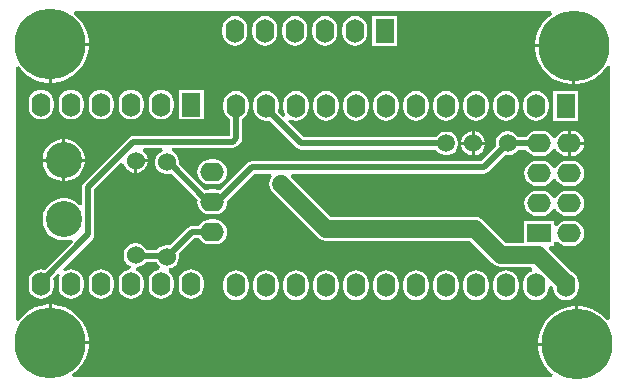
<source format=gbl>
%FSTAX23Y23*%
%MOIN*%
%SFA1B1*%

%IPPOS*%
%ADD23C,0.059055*%
%ADD24C,0.019685*%
%ADD26O,0.062992X0.078740*%
%ADD27R,0.062992X0.078740*%
%ADD28C,0.060000*%
%ADD29O,0.078740X0.062992*%
%ADD30R,0.078740X0.062992*%
%ADD31C,0.236220*%
%ADD32C,0.120000*%
%ADD33C,0.059055*%
%LNvssl_v2-1*%
%LPD*%
G36*
X03271Y02385D02*
X03261Y02377D01*
X03247Y02363*
X03235Y02347*
X03226Y02329*
X0322Y0231*
X03216Y0229*
Y02285*
X03345*
Y0228*
X0335*
Y02151*
X03355*
X03375Y02155*
X03394Y02161*
X03412Y0217*
X03428Y02182*
X03442Y02196*
X03454Y02212*
X03455Y02213*
X03465Y02211*
Y01368*
X03455Y01365*
X03452Y01368*
X03438Y01382*
X03422Y01394*
X03404Y01403*
X03385Y01409*
X03365Y01413*
X0336*
Y01285*
X03355*
Y0128*
X03226*
Y01274*
X0323Y01255*
X03236Y01235*
X03245Y01217*
X03257Y01201*
X03271Y01187*
X03274Y01185*
X03271Y01175*
X01676*
X01673Y01185*
X01683Y01192*
X01697Y01206*
X01709Y01222*
X01718Y0124*
X01724Y0126*
X01728Y01279*
Y01285*
X016*
Y0129*
X01595*
Y01418*
X01589*
X0157Y01414*
X0155Y01408*
X01532Y01399*
X01516Y01387*
X01502Y01373*
X01495Y01363*
X01485Y01366*
Y02208*
X01495Y02211*
X01502Y02201*
X01516Y02187*
X01532Y02175*
X0155Y02166*
X0157Y0216*
X01589Y02156*
X01595*
Y02285*
X016*
Y0229*
X01728*
Y02295*
X01724Y02315*
X01718Y02334*
X01709Y02352*
X01697Y02368*
X01683Y02382*
X0168Y02385*
X01683Y02395*
X03268*
X03271Y02385*
G37*
%LNvssl_v2-2*%
%LPC*%
G36*
X02756Y02379D02*
X02673D01*
Y0228*
X02756*
Y02379*
G37*
G36*
X02615Y02379D02*
X02604Y02378D01*
X02594Y02374*
X02585Y02367*
X02578Y02358*
X02574Y02348*
X02573Y02337*
Y02322*
X02574Y02311*
X02578Y02301*
X02585Y02292*
X02594Y02285*
X02604Y02281*
X02615Y0228*
X02625Y02281*
X02635Y02285*
X02644Y02292*
X02651Y02301*
X02655Y02311*
X02656Y02322*
Y02337*
X02655Y02348*
X02651Y02358*
X02644Y02367*
X02635Y02374*
X02625Y02378*
X02615Y02379*
G37*
G36*
X02515D02*
X02504Y02378D01*
X02494Y02374*
X02485Y02367*
X02478Y02358*
X02474Y02348*
X02473Y02337*
Y02322*
X02474Y02311*
X02478Y02301*
X02485Y02292*
X02494Y02285*
X02504Y02281*
X02515Y0228*
X02525Y02281*
X02535Y02285*
X02544Y02292*
X02551Y02301*
X02555Y02311*
X02556Y02322*
Y02337*
X02555Y02348*
X02551Y02358*
X02544Y02367*
X02535Y02374*
X02525Y02378*
X02515Y02379*
G37*
G36*
X02415D02*
X02404Y02378D01*
X02394Y02374*
X02385Y02367*
X02378Y02358*
X02374Y02348*
X02373Y02337*
Y02322*
X02374Y02311*
X02378Y02301*
X02385Y02292*
X02394Y02285*
X02404Y02281*
X02415Y0228*
X02425Y02281*
X02435Y02285*
X02444Y02292*
X02451Y02301*
X02455Y02311*
X02456Y02322*
Y02337*
X02455Y02348*
X02451Y02358*
X02444Y02367*
X02435Y02374*
X02425Y02378*
X02415Y02379*
G37*
G36*
X02315D02*
X02304Y02378D01*
X02294Y02374*
X02285Y02367*
X02278Y02358*
X02274Y02348*
X02273Y02337*
Y02322*
X02274Y02311*
X02278Y02301*
X02285Y02292*
X02294Y02285*
X02304Y02281*
X02315Y0228*
X02325Y02281*
X02335Y02285*
X02344Y02292*
X02351Y02301*
X02355Y02311*
X02356Y02322*
Y02337*
X02355Y02348*
X02351Y02358*
X02344Y02367*
X02335Y02374*
X02325Y02378*
X02315Y02379*
G37*
G36*
X02215D02*
X02204Y02378D01*
X02194Y02374*
X02185Y02367*
X02178Y02358*
X02174Y02348*
X02173Y02337*
Y02322*
X02174Y02311*
X02178Y02301*
X02185Y02292*
X02194Y02285*
X02204Y02281*
X02215Y0228*
X02225Y02281*
X02235Y02285*
X02244Y02292*
X02251Y02301*
X02255Y02311*
X02256Y02322*
Y02337*
X02255Y02348*
X02251Y02358*
X02244Y02367*
X02235Y02374*
X02225Y02378*
X02215Y02379*
G37*
G36*
X01728Y0228D02*
X01605D01*
Y02156*
X0161*
X0163Y0216*
X01649Y02166*
X01667Y02175*
X01683Y02187*
X01697Y02201*
X01709Y02217*
X01718Y02235*
X01724Y02255*
X01728Y02274*
Y0228*
G37*
G36*
X0334Y02275D02*
X03216D01*
Y02269*
X0322Y0225*
X03226Y0223*
X03235Y02212*
X03247Y02196*
X03261Y02182*
X03277Y0217*
X03295Y02161*
X03315Y02155*
X03334Y02151*
X0334*
Y02275*
G37*
G36*
X02419Y02129D02*
X02408Y02128D01*
X02398Y02124*
X02389Y02117*
X02383Y02108*
X02378Y02098*
X02377Y02087*
Y02072*
X02378Y02061*
X02383Y02051*
X02383Y0205*
X02375Y02044*
X02359Y0206*
X02359Y02061*
X02361Y02072*
Y02087*
X02359Y02098*
X02355Y02108*
X02349Y02117*
X0234Y02124*
X0233Y02128*
X02319Y02129*
X02308Y02128*
X02298Y02124*
X02289Y02117*
X02283Y02108*
X02278Y02098*
X02277Y02087*
Y02072*
X02278Y02061*
X02283Y02051*
X02289Y02042*
X02298Y02035*
X02308Y02031*
X02319Y0203*
X0233Y02031*
X0233Y02031*
X02422Y0194*
X02428Y01936*
X02436Y01934*
X02886*
X02888Y0193*
X02895Y01923*
X02904Y01918*
X02914Y01915*
X02925*
X02935Y01918*
X02944Y01923*
X02951Y0193*
X02956Y01939*
X02959Y01949*
Y0196*
X02956Y0197*
X02951Y01979*
X02944Y01986*
X02935Y01991*
X02925Y01994*
X02914*
X02904Y01991*
X02895Y01986*
X02888Y01979*
X02886Y01975*
X02444*
X02391Y02028*
X02398Y02036*
X02398Y02035*
X02408Y02031*
X02419Y0203*
X0243Y02031*
X0244Y02035*
X02449Y02042*
X02455Y02051*
X02459Y02061*
X02461Y02072*
Y02087*
X02459Y02098*
X02455Y02108*
X02449Y02117*
X0244Y02124*
X0243Y02128*
X02419Y02129*
G37*
G36*
X02111Y02134D02*
X02028D01*
Y02035*
X02111*
Y02134*
G37*
G36*
X0197Y02134D02*
X01959Y02133D01*
X01949Y02129*
X0194Y02122*
X01933Y02113*
X01929Y02103*
X01928Y02092*
Y02077*
X01929Y02066*
X01933Y02056*
X0194Y02047*
X01949Y0204*
X01959Y02036*
X0197Y02035*
X0198Y02036*
X0199Y0204*
X01999Y02047*
X02006Y02056*
X0201Y02066*
X02011Y02077*
Y02092*
X0201Y02103*
X02006Y02113*
X01999Y02122*
X0199Y02129*
X0198Y02133*
X0197Y02134*
G37*
G36*
X0187D02*
X01859Y02133D01*
X01849Y02129*
X0184Y02122*
X01833Y02113*
X01829Y02103*
X01828Y02092*
Y02077*
X01829Y02066*
X01833Y02056*
X0184Y02047*
X01849Y0204*
X01859Y02036*
X0187Y02035*
X0188Y02036*
X0189Y0204*
X01899Y02047*
X01906Y02056*
X0191Y02066*
X01911Y02077*
Y02092*
X0191Y02103*
X01906Y02113*
X01899Y02122*
X0189Y02129*
X0188Y02133*
X0187Y02134*
G37*
G36*
X0177D02*
X01759Y02133D01*
X01749Y02129*
X0174Y02122*
X01733Y02113*
X01729Y02103*
X01728Y02092*
Y02077*
X01729Y02066*
X01733Y02056*
X0174Y02047*
X01749Y0204*
X01759Y02036*
X0177Y02035*
X0178Y02036*
X0179Y0204*
X01799Y02047*
X01806Y02056*
X0181Y02066*
X01811Y02077*
Y02092*
X0181Y02103*
X01806Y02113*
X01799Y02122*
X0179Y02129*
X0178Y02133*
X0177Y02134*
G37*
G36*
X0167D02*
X01659Y02133D01*
X01649Y02129*
X0164Y02122*
X01633Y02113*
X01629Y02103*
X01628Y02092*
Y02077*
X01629Y02066*
X01633Y02056*
X0164Y02047*
X01649Y0204*
X01659Y02036*
X0167Y02035*
X0168Y02036*
X0169Y0204*
X01699Y02047*
X01706Y02056*
X0171Y02066*
X01711Y02077*
Y02092*
X0171Y02103*
X01706Y02113*
X01699Y02122*
X0169Y02129*
X0168Y02133*
X0167Y02134*
G37*
G36*
X0157D02*
X01559Y02133D01*
X01549Y02129*
X0154Y02122*
X01533Y02113*
X01529Y02103*
X01528Y02092*
Y02077*
X01529Y02066*
X01533Y02056*
X0154Y02047*
X01549Y0204*
X01559Y02036*
X0157Y02035*
X0158Y02036*
X0159Y0204*
X01599Y02047*
X01606Y02056*
X0161Y02066*
X01611Y02077*
Y02092*
X0161Y02103*
X01606Y02113*
X01599Y02122*
X0159Y02129*
X0158Y02133*
X0157Y02134*
G37*
G36*
X0336Y02129D02*
X03277D01*
Y0203*
X0336*
Y02129*
G37*
G36*
X03219Y02129D02*
X03208Y02128D01*
X03198Y02124*
X03189Y02117*
X03183Y02108*
X03178Y02098*
X03177Y02087*
Y02072*
X03178Y02061*
X03183Y02051*
X03189Y02042*
X03198Y02035*
X03208Y02031*
X03219Y0203*
X0323Y02031*
X0324Y02035*
X03249Y02042*
X03255Y02051*
X03259Y02061*
X03261Y02072*
Y02087*
X03259Y02098*
X03255Y02108*
X03249Y02117*
X0324Y02124*
X0323Y02128*
X03219Y02129*
G37*
G36*
X03119D02*
X03108Y02128D01*
X03098Y02124*
X03089Y02117*
X03083Y02108*
X03078Y02098*
X03077Y02087*
Y02072*
X03078Y02061*
X03083Y02051*
X03089Y02042*
X03098Y02035*
X03108Y02031*
X03119Y0203*
X0313Y02031*
X0314Y02035*
X03149Y02042*
X03155Y02051*
X03159Y02061*
X03161Y02072*
Y02087*
X03159Y02098*
X03155Y02108*
X03149Y02117*
X0314Y02124*
X0313Y02128*
X03119Y02129*
G37*
G36*
X03019D02*
X03008Y02128D01*
X02998Y02124*
X02989Y02117*
X02983Y02108*
X02978Y02098*
X02977Y02087*
Y02072*
X02978Y02061*
X02983Y02051*
X02989Y02042*
X02998Y02035*
X03008Y02031*
X03019Y0203*
X0303Y02031*
X0304Y02035*
X03049Y02042*
X03055Y02051*
X03059Y02061*
X03061Y02072*
Y02087*
X03059Y02098*
X03055Y02108*
X03049Y02117*
X0304Y02124*
X0303Y02128*
X03019Y02129*
G37*
G36*
X02919D02*
X02908Y02128D01*
X02898Y02124*
X02889Y02117*
X02883Y02108*
X02878Y02098*
X02877Y02087*
Y02072*
X02878Y02061*
X02883Y02051*
X02889Y02042*
X02898Y02035*
X02908Y02031*
X02919Y0203*
X0293Y02031*
X0294Y02035*
X02949Y02042*
X02955Y02051*
X02959Y02061*
X02961Y02072*
Y02087*
X02959Y02098*
X02955Y02108*
X02949Y02117*
X0294Y02124*
X0293Y02128*
X02919Y02129*
G37*
G36*
X02819D02*
X02808Y02128D01*
X02798Y02124*
X02789Y02117*
X02783Y02108*
X02778Y02098*
X02777Y02087*
Y02072*
X02778Y02061*
X02783Y02051*
X02789Y02042*
X02798Y02035*
X02808Y02031*
X02819Y0203*
X0283Y02031*
X0284Y02035*
X02849Y02042*
X02855Y02051*
X02859Y02061*
X02861Y02072*
Y02087*
X02859Y02098*
X02855Y02108*
X02849Y02117*
X0284Y02124*
X0283Y02128*
X02819Y02129*
G37*
G36*
X02719D02*
X02708Y02128D01*
X02698Y02124*
X02689Y02117*
X02683Y02108*
X02678Y02098*
X02677Y02087*
Y02072*
X02678Y02061*
X02683Y02051*
X02689Y02042*
X02698Y02035*
X02708Y02031*
X02719Y0203*
X0273Y02031*
X0274Y02035*
X02749Y02042*
X02755Y02051*
X02759Y02061*
X02761Y02072*
Y02087*
X02759Y02098*
X02755Y02108*
X02749Y02117*
X0274Y02124*
X0273Y02128*
X02719Y02129*
G37*
G36*
X02619D02*
X02608Y02128D01*
X02598Y02124*
X02589Y02117*
X02583Y02108*
X02578Y02098*
X02577Y02087*
Y02072*
X02578Y02061*
X02583Y02051*
X02589Y02042*
X02598Y02035*
X02608Y02031*
X02619Y0203*
X0263Y02031*
X0264Y02035*
X02649Y02042*
X02655Y02051*
X02659Y02061*
X02661Y02072*
Y02087*
X02659Y02098*
X02655Y02108*
X02649Y02117*
X0264Y02124*
X0263Y02128*
X02619Y02129*
G37*
G36*
X02519D02*
X02508Y02128D01*
X02498Y02124*
X02489Y02117*
X02483Y02108*
X02478Y02098*
X02477Y02087*
Y02072*
X02478Y02061*
X02483Y02051*
X02489Y02042*
X02498Y02035*
X02508Y02031*
X02519Y0203*
X0253Y02031*
X0254Y02035*
X02549Y02042*
X02555Y02051*
X02559Y02061*
X02561Y02072*
Y02087*
X02559Y02098*
X02555Y02108*
X02549Y02117*
X0254Y02124*
X0253Y02128*
X02519Y02129*
G37*
G36*
X03337Y01996D02*
X03335D01*
Y0196*
X03379*
X03378Y01965*
X03374Y01975*
X03367Y01984*
X03358Y01991*
X03348Y01995*
X03337Y01996*
G37*
G36*
X03015Y01995D02*
X03015D01*
Y0196*
X0305*
Y0196*
X03047Y0197*
X03042Y01979*
X03034Y01987*
X03025Y01992*
X03015Y01995*
G37*
G36*
X03005D02*
X03004D01*
X02994Y01992*
X02985Y01987*
X02977Y01979*
X02972Y0197*
X0297Y0196*
Y0196*
X03005*
Y01995*
G37*
G36*
X0305Y0195D02*
X03015D01*
Y01915*
X03015*
X03025Y01917*
X03034Y01922*
X03042Y0193*
X03047Y01939*
X0305Y01949*
Y0195*
G37*
G36*
X03005D02*
X0297D01*
Y01949*
X02972Y01939*
X02977Y0193*
X02985Y01922*
X02994Y01917*
X03004Y01915*
X03005*
Y0195*
G37*
G36*
X03379D02*
X03335D01*
Y01913*
X03337*
X03348Y01914*
X03358Y01918*
X03367Y01925*
X03374Y01934*
X03378Y01944*
X03379Y0195*
G37*
G36*
X02219Y02129D02*
X02208Y02128D01*
X02198Y02124*
X02189Y02117*
X02183Y02108*
X02178Y02098*
X02177Y02087*
Y02072*
X02178Y02061*
X02183Y02051*
X02189Y02042*
X02198Y02035*
X02199Y02035*
Y0198*
X01877*
X01869Y01978*
X01862Y01974*
X01713Y01824*
X01708Y01818*
X01707Y0181*
Y01751*
X01705Y0175*
X01697Y01748*
X01689Y01755*
X01678Y01763*
X01665Y01768*
X01651Y01771*
X01638*
X01624Y01768*
X01611Y01763*
X016Y01755*
X0159Y01746*
X01582Y01734*
X01577Y01721*
X01575Y01708*
Y01694*
X01577Y01681*
X01582Y01668*
X0159Y01656*
X016Y01647*
X01611Y01639*
X01624Y01634*
X01638Y01631*
X01651*
X01665Y01634*
X01668Y01635*
X01674Y01627*
X01581Y01534*
X0158Y01534*
X0157Y01536*
X01559Y01534*
X01549Y0153*
X0154Y01523*
X01533Y01515*
X01529Y01505*
X01528Y01494*
Y01478*
X01529Y01467*
X01533Y01457*
X0154Y01449*
X01549Y01442*
X01559Y01438*
X0157Y01436*
X0158Y01438*
X0159Y01442*
X01599Y01449*
X01606Y01457*
X0161Y01467*
X01611Y01478*
Y01494*
X0161Y01505*
X0161Y01505*
X01626Y01522*
X01633Y01515*
X01633Y01515*
X01629Y01505*
X01628Y01494*
Y01478*
X01629Y01467*
X01633Y01457*
X0164Y01449*
X01649Y01442*
X01659Y01438*
X0167Y01436*
X0168Y01438*
X0169Y01442*
X01699Y01449*
X01706Y01457*
X0171Y01467*
X01711Y01478*
Y01494*
X0171Y01505*
X01706Y01515*
X01699Y01523*
X0169Y0153*
X0168Y01534*
X0167Y01536*
X01659Y01534*
X01649Y0153*
X01648Y0153*
X01642Y01537*
X01741Y01637*
X01746Y01644*
X01747Y01652*
Y01802*
X01835Y01889*
X01846Y01886*
X01847Y01882*
X01852Y01872*
X0186Y01865*
X01869Y0186*
X01879Y01857*
X0188*
Y01897*
X01885*
Y01902*
X01925*
Y01902*
X01922Y01912*
X01917Y01922*
X01909Y01929*
X01909Y01929*
X01911Y01939*
X01973*
X01974Y01929*
X01974Y01929*
X01965Y01924*
X01957Y01917*
X01952Y01907*
X0195Y01897*
Y01887*
X01952Y01877*
X01957Y01867*
X01965Y0186*
X01974Y01855*
X01984Y01852*
X01995*
X02003Y01854*
X02091Y01767*
X0209Y0176*
X02091Y01749*
X02095Y01739*
X02102Y0173*
X02111Y01723*
X02121Y01719*
X02132Y01718*
X02147*
X02158Y01719*
X02168Y01723*
X02177Y0173*
X02184Y01739*
X02188Y01749*
X02189Y0176*
X02189Y01764*
X02279Y01854*
X02334*
X02337Y01849*
X02338Y01844*
X02338Y01844*
X02337Y01842*
X02335Y01839*
X02334Y01837*
X02333Y01835*
X02332Y01832*
X02331Y0183*
X02331Y01827*
X0233Y01825*
Y01822*
X0233Y0182*
X0233Y01817*
Y01814*
X02331Y01812*
X02331Y01809*
X02332Y01807*
X02333Y01804*
X02334Y01802*
X02335Y018*
X02337Y01797*
X02338Y01795*
X0234Y01793*
X02341Y01791*
X02491Y01641*
Y01641*
X025Y01635*
X02509Y01631*
X0252Y0163*
X02998*
X03072Y01555*
X03081Y01549*
X0309Y01545*
X03101Y01544*
X03203*
X03206Y01539*
X03207Y01538*
X03204Y01527*
X03198Y01525*
X03189Y01518*
X03183Y0151*
X03178Y015*
X03177Y01489*
Y01473*
X03178Y01462*
X03183Y01452*
X03189Y01444*
X03198Y01437*
X03208Y01433*
X03219Y01431*
X0323Y01433*
X0324Y01437*
X03249Y01444*
X03255Y01452*
X03259Y01462*
X03261Y01473*
Y01477*
X03269Y01481*
X03277Y01474*
Y01473*
X03278Y01462*
X03283Y01452*
X03289Y01444*
X03298Y01437*
X03308Y01433*
X03319Y01431*
X0333Y01433*
X0334Y01437*
X03349Y01444*
X03355Y01452*
X03359Y01462*
X03361Y01473*
Y01489*
X03359Y015*
X03355Y0151*
X03349Y01518*
X0334Y01525*
X03339Y01525*
X03262Y01603*
X03266Y01613*
X03279*
Y01626*
X03289Y01629*
X03292Y01625*
X03301Y01618*
X03311Y01614*
X03322Y01613*
X03337*
X03348Y01614*
X03358Y01618*
X03367Y01625*
X03374Y01634*
X03378Y01644*
X03379Y01655*
X03378Y01665*
X03374Y01675*
X03367Y01684*
X03358Y01691*
X03348Y01695*
X03337Y01696*
X03322*
X03311Y01695*
X03301Y01691*
X03292Y01684*
X03289Y0168*
X03279Y01683*
Y01696*
X0318*
Y01623*
X03117*
X03043Y01698*
X03034Y01704*
X03025Y01708*
X03015Y01709*
X02536*
X02401Y01844*
X02405Y01854*
X03045*
X03052Y01856*
X03059Y0186*
X03114Y01916*
X03119Y01915*
X0313*
X0314Y01917*
X03149Y01922*
X03157Y0193*
X03159Y01934*
X03185*
X03185Y01934*
X03192Y01925*
X03201Y01918*
X03211Y01914*
X03222Y01913*
X03237*
X03248Y01914*
X03258Y01918*
X03267Y01925*
X03274Y01934*
X03274Y01935*
X03285*
X03285Y01934*
X03292Y01925*
X03301Y01918*
X03311Y01914*
X03322Y01913*
X03325*
Y01955*
Y01996*
X03322*
X03311Y01995*
X03301Y01991*
X03292Y01984*
X03285Y01975*
X03285Y01974*
X03274*
X03274Y01975*
X03267Y01984*
X03258Y01991*
X03248Y01995*
X03237Y01996*
X03222*
X03211Y01995*
X03201Y01991*
X03192Y01984*
X03185Y01975*
X03185Y01975*
X03159*
X03157Y01979*
X03149Y01987*
X0314Y01992*
X0313Y01995*
X03119*
X03109Y01992*
X031Y01987*
X03092Y01979*
X03087Y0197*
X03085Y0196*
Y01949*
X03086Y01944*
X03036Y01895*
X02271*
X02263Y01893*
X02256Y01889*
X02165Y01797*
X02158Y018*
X02147Y01801*
X02132*
X02121Y018*
X02117Y01798*
X02029Y01886*
X0203Y01887*
Y01897*
X02027Y01907*
X02022Y01917*
X02014Y01924*
X02005Y01929*
X02005Y01929*
X02006Y01939*
X02208*
X02216Y01941*
X02222Y01945*
X02234Y01957*
X02238Y01963*
X0224Y01971*
Y02035*
X0224Y02035*
X02249Y02042*
X02255Y02051*
X02259Y02061*
X02261Y02072*
Y02087*
X02259Y02098*
X02255Y02108*
X02249Y02117*
X0224Y02124*
X0223Y02128*
X02219Y02129*
G37*
G36*
X01651Y01968D02*
X0165D01*
Y01903*
X01715*
Y01905*
X01712Y01918*
X01707Y01931*
X01699Y01943*
X01689Y01952*
X01678Y0196*
X01665Y01965*
X01651Y01968*
G37*
G36*
X0164D02*
X01638D01*
X01624Y01965*
X01611Y0196*
X016Y01952*
X0159Y01943*
X01582Y01931*
X01577Y01918*
X01575Y01905*
Y01903*
X0164*
Y01968*
G37*
G36*
X03337Y01896D02*
X03322D01*
X03311Y01895*
X03301Y01891*
X03292Y01884*
X03285Y01875*
X03285Y01874*
X03274*
X03274Y01875*
X03267Y01884*
X03258Y01891*
X03248Y01895*
X03237Y01896*
X03222*
X03211Y01895*
X03201Y01891*
X03192Y01884*
X03185Y01875*
X03181Y01865*
X0318Y01855*
X03181Y01844*
X03185Y01834*
X03192Y01825*
X03201Y01818*
X03211Y01814*
X03222Y01813*
X03237*
X03248Y01814*
X03258Y01818*
X03267Y01825*
X03274Y01834*
X03274Y01835*
X03285*
X03285Y01834*
X03292Y01825*
X03301Y01818*
X03311Y01814*
X03322Y01813*
X03337*
X03348Y01814*
X03358Y01818*
X03367Y01825*
X03374Y01834*
X03378Y01844*
X03379Y01855*
X03378Y01865*
X03374Y01875*
X03367Y01884*
X03358Y01891*
X03348Y01895*
X03337Y01896*
G37*
G36*
X01925Y01892D02*
X0189D01*
Y01857*
X0189*
X019Y0186*
X01909Y01865*
X01917Y01872*
X01922Y01882*
X01925Y01892*
Y01892*
G37*
G36*
X01715Y01893D02*
X0165D01*
Y01828*
X01651*
X01665Y01831*
X01678Y01836*
X01689Y01844*
X01699Y01853*
X01707Y01865*
X01712Y01878*
X01715Y01891*
Y01893*
G37*
G36*
X0164D02*
X01575D01*
Y01891*
X01577Y01878*
X01582Y01865*
X0159Y01853*
X016Y01844*
X01611Y01836*
X01624Y01831*
X01638Y01828*
X0164*
Y01893*
G37*
G36*
X02147Y01901D02*
X02132D01*
X02121Y019*
X02111Y01896*
X02102Y01889*
X02095Y0188*
X02091Y0187*
X0209Y0186*
X02091Y01849*
X02095Y01839*
X02102Y0183*
X02111Y01823*
X02121Y01819*
X02132Y01818*
X02147*
X02158Y01819*
X02168Y01823*
X02177Y0183*
X02184Y01839*
X02188Y01849*
X02189Y0186*
X02188Y0187*
X02184Y0188*
X02177Y01889*
X02168Y01896*
X02158Y019*
X02147Y01901*
G37*
G36*
X03337Y01796D02*
X03322D01*
X03311Y01795*
X03301Y01791*
X03292Y01784*
X03285Y01775*
X03285Y01774*
X03274*
X03274Y01775*
X03267Y01784*
X03258Y01791*
X03248Y01795*
X03237Y01796*
X03222*
X03211Y01795*
X03201Y01791*
X03192Y01784*
X03185Y01775*
X03181Y01765*
X0318Y01755*
X03181Y01744*
X03185Y01734*
X03192Y01725*
X03201Y01718*
X03211Y01714*
X03222Y01713*
X03237*
X03248Y01714*
X03258Y01718*
X03267Y01725*
X03274Y01734*
X03274Y01735*
X03285*
X03285Y01734*
X03292Y01725*
X03301Y01718*
X03311Y01714*
X03322Y01713*
X03337*
X03348Y01714*
X03358Y01718*
X03367Y01725*
X03374Y01734*
X03378Y01744*
X03379Y01755*
X03378Y01765*
X03374Y01775*
X03367Y01784*
X03358Y01791*
X03348Y01795*
X03337Y01796*
G37*
G36*
X02147Y01701D02*
X02132D01*
X02121Y017*
X02111Y01696*
X02102Y01689*
X02095Y0168*
X02095Y0168*
X02072*
X02064Y01678*
X02058Y01674*
X02Y01616*
X01995Y01617*
X01984*
X01974Y01614*
X01965Y01609*
X01957Y01602*
X01956Y016*
X0192*
X01917Y01607*
X01909Y01614*
X019Y01619*
X0189Y01622*
X01879*
X01869Y01619*
X0186Y01614*
X01852Y01607*
X01847Y01597*
X01845Y01587*
Y01577*
X01847Y01567*
X01852Y01557*
X0186Y0155*
X01868Y01546*
X01868Y01541*
X01866Y01535*
X01859Y01534*
X01849Y0153*
X0184Y01523*
X01833Y01515*
X01829Y01505*
X01828Y01494*
Y01478*
X01829Y01467*
X01833Y01457*
X0184Y01449*
X01849Y01442*
X01859Y01438*
X0187Y01436*
X0188Y01438*
X0189Y01442*
X01899Y01449*
X01906Y01457*
X0191Y01467*
X01911Y01478*
Y01494*
X0191Y01505*
X01906Y01515*
X01899Y01523*
X0189Y0153*
X01886Y01532*
X01888Y01542*
X0189*
X019Y01545*
X01909Y0155*
X01917Y01557*
X01918Y01559*
X01954*
X01957Y01552*
X01965Y01545*
X01965Y01544*
X01963Y01535*
X01959Y01534*
X01949Y0153*
X0194Y01523*
X01933Y01515*
X01929Y01505*
X01928Y01494*
Y01478*
X01929Y01467*
X01933Y01457*
X0194Y01449*
X01949Y01442*
X01959Y01438*
X0197Y01436*
X0198Y01438*
X0199Y01442*
X01999Y01449*
X02006Y01457*
X0201Y01467*
X02011Y01478*
Y01494*
X0201Y01505*
X02006Y01515*
X01999Y01523*
X01994Y01527*
X01995Y01531*
X01997Y01538*
X02005Y0154*
X02014Y01545*
X02022Y01552*
X02027Y01562*
X0203Y01572*
Y01582*
X02028Y01587*
X0208Y01639*
X02095*
X02095Y01639*
X02102Y0163*
X02111Y01623*
X02121Y01619*
X02132Y01618*
X02147*
X02158Y01619*
X02168Y01623*
X02177Y0163*
X02184Y01639*
X02188Y01649*
X02189Y0166*
X02188Y0167*
X02184Y0168*
X02177Y01689*
X02168Y01696*
X02158Y017*
X02147Y01701*
G37*
G36*
X0207Y01536D02*
X02059Y01534D01*
X02049Y0153*
X0204Y01523*
X02033Y01515*
X02029Y01505*
X02028Y01494*
Y01478*
X02029Y01467*
X02033Y01457*
X0204Y01449*
X02049Y01442*
X02059Y01438*
X0207Y01436*
X0208Y01438*
X0209Y01442*
X02099Y01449*
X02106Y01457*
X0211Y01467*
X02111Y01478*
Y01494*
X0211Y01505*
X02106Y01515*
X02099Y01523*
X0209Y0153*
X0208Y01534*
X0207Y01536*
G37*
G36*
X0177D02*
X01759Y01534D01*
X01749Y0153*
X0174Y01523*
X01733Y01515*
X01729Y01505*
X01728Y01494*
Y01478*
X01729Y01467*
X01733Y01457*
X0174Y01449*
X01749Y01442*
X01759Y01438*
X0177Y01436*
X0178Y01438*
X0179Y01442*
X01799Y01449*
X01806Y01457*
X0181Y01467*
X01811Y01478*
Y01494*
X0181Y01505*
X01806Y01515*
X01799Y01523*
X0179Y0153*
X0178Y01534*
X0177Y01536*
G37*
G36*
X03119Y01531D02*
X03108Y01529D01*
X03098Y01525*
X03089Y01518*
X03083Y0151*
X03078Y015*
X03077Y01489*
Y01473*
X03078Y01462*
X03083Y01452*
X03089Y01444*
X03098Y01437*
X03108Y01433*
X03119Y01431*
X0313Y01433*
X0314Y01437*
X03149Y01444*
X03155Y01452*
X03159Y01462*
X03161Y01473*
Y01489*
X03159Y015*
X03155Y0151*
X03149Y01518*
X0314Y01525*
X0313Y01529*
X03119Y01531*
G37*
G36*
X03019D02*
X03008Y01529D01*
X02998Y01525*
X02989Y01518*
X02983Y0151*
X02978Y015*
X02977Y01489*
Y01473*
X02978Y01462*
X02983Y01452*
X02989Y01444*
X02998Y01437*
X03008Y01433*
X03019Y01431*
X0303Y01433*
X0304Y01437*
X03049Y01444*
X03055Y01452*
X03059Y01462*
X03061Y01473*
Y01489*
X03059Y015*
X03055Y0151*
X03049Y01518*
X0304Y01525*
X0303Y01529*
X03019Y01531*
G37*
G36*
X02919D02*
X02908Y01529D01*
X02898Y01525*
X02889Y01518*
X02883Y0151*
X02878Y015*
X02877Y01489*
Y01473*
X02878Y01462*
X02883Y01452*
X02889Y01444*
X02898Y01437*
X02908Y01433*
X02919Y01431*
X0293Y01433*
X0294Y01437*
X02949Y01444*
X02955Y01452*
X02959Y01462*
X02961Y01473*
Y01489*
X02959Y015*
X02955Y0151*
X02949Y01518*
X0294Y01525*
X0293Y01529*
X02919Y01531*
G37*
G36*
X02819D02*
X02808Y01529D01*
X02798Y01525*
X02789Y01518*
X02783Y0151*
X02778Y015*
X02777Y01489*
Y01473*
X02778Y01462*
X02783Y01452*
X02789Y01444*
X02798Y01437*
X02808Y01433*
X02819Y01431*
X0283Y01433*
X0284Y01437*
X02849Y01444*
X02855Y01452*
X02859Y01462*
X02861Y01473*
Y01489*
X02859Y015*
X02855Y0151*
X02849Y01518*
X0284Y01525*
X0283Y01529*
X02819Y01531*
G37*
G36*
X02719D02*
X02708Y01529D01*
X02698Y01525*
X02689Y01518*
X02683Y0151*
X02678Y015*
X02677Y01489*
Y01473*
X02678Y01462*
X02683Y01452*
X02689Y01444*
X02698Y01437*
X02708Y01433*
X02719Y01431*
X0273Y01433*
X0274Y01437*
X02749Y01444*
X02755Y01452*
X02759Y01462*
X02761Y01473*
Y01489*
X02759Y015*
X02755Y0151*
X02749Y01518*
X0274Y01525*
X0273Y01529*
X02719Y01531*
G37*
G36*
X02619D02*
X02608Y01529D01*
X02598Y01525*
X02589Y01518*
X02583Y0151*
X02578Y015*
X02577Y01489*
Y01473*
X02578Y01462*
X02583Y01452*
X02589Y01444*
X02598Y01437*
X02608Y01433*
X02619Y01431*
X0263Y01433*
X0264Y01437*
X02649Y01444*
X02655Y01452*
X02659Y01462*
X02661Y01473*
Y01489*
X02659Y015*
X02655Y0151*
X02649Y01518*
X0264Y01525*
X0263Y01529*
X02619Y01531*
G37*
G36*
X02519D02*
X02508Y01529D01*
X02498Y01525*
X02489Y01518*
X02483Y0151*
X02478Y015*
X02477Y01489*
Y01473*
X02478Y01462*
X02483Y01452*
X02489Y01444*
X02498Y01437*
X02508Y01433*
X02519Y01431*
X0253Y01433*
X0254Y01437*
X02549Y01444*
X02555Y01452*
X02559Y01462*
X02561Y01473*
Y01489*
X02559Y015*
X02555Y0151*
X02549Y01518*
X0254Y01525*
X0253Y01529*
X02519Y01531*
G37*
G36*
X02419D02*
X02408Y01529D01*
X02398Y01525*
X02389Y01518*
X02383Y0151*
X02378Y015*
X02377Y01489*
Y01473*
X02378Y01462*
X02383Y01452*
X02389Y01444*
X02398Y01437*
X02408Y01433*
X02419Y01431*
X0243Y01433*
X0244Y01437*
X02449Y01444*
X02455Y01452*
X02459Y01462*
X02461Y01473*
Y01489*
X02459Y015*
X02455Y0151*
X02449Y01518*
X0244Y01525*
X0243Y01529*
X02419Y01531*
G37*
G36*
X02319D02*
X02308Y01529D01*
X02298Y01525*
X02289Y01518*
X02283Y0151*
X02278Y015*
X02277Y01489*
Y01473*
X02278Y01462*
X02283Y01452*
X02289Y01444*
X02298Y01437*
X02308Y01433*
X02319Y01431*
X0233Y01433*
X0234Y01437*
X02349Y01444*
X02355Y01452*
X02359Y01462*
X02361Y01473*
Y01489*
X02359Y015*
X02355Y0151*
X02349Y01518*
X0234Y01525*
X0233Y01529*
X02319Y01531*
G37*
G36*
X02219D02*
X02208Y01529D01*
X02198Y01525*
X02189Y01518*
X02183Y0151*
X02178Y015*
X02177Y01489*
Y01473*
X02178Y01462*
X02183Y01452*
X02189Y01444*
X02198Y01437*
X02208Y01433*
X02219Y01431*
X0223Y01433*
X0224Y01437*
X02249Y01444*
X02255Y01452*
X02259Y01462*
X02261Y01473*
Y01489*
X02259Y015*
X02255Y0151*
X02249Y01518*
X0224Y01525*
X0223Y01529*
X02219Y01531*
G37*
G36*
X0161Y01418D02*
X01605D01*
Y01295*
X01728*
Y013*
X01724Y0132*
X01718Y01339*
X01709Y01357*
X01697Y01373*
X01683Y01387*
X01667Y01399*
X01649Y01408*
X0163Y01414*
X0161Y01418*
G37*
G36*
X0335Y01413D02*
X03344D01*
X03325Y01409*
X03305Y01403*
X03287Y01394*
X03271Y01382*
X03257Y01368*
X03245Y01352*
X03236Y01334*
X0323Y01315*
X03226Y01295*
Y0129*
X0335*
Y01413*
G37*
%LNvssl_v2-3*%
%LPD*%
G54D23*
X0252Y0167D02*
X03015D01*
X03101Y01583D02*
X03225D01*
X03015Y0167D02*
X03101Y01583D01*
X0237Y0182D02*
X0252Y0167D01*
X03225Y01583D02*
X03319Y01489D01*
Y01481D02*
Y01489D01*
G54D24*
X02436Y01955D02*
X0292D01*
X02319Y02072D02*
X02436Y01955D01*
X02319Y02072D02*
Y02079D01*
X02219D02*
X0222Y02079D01*
Y01971D02*
Y02079D01*
X02208Y0196D02*
X0222Y01971D01*
X01877Y0196D02*
X02208D01*
X01727Y0181D02*
X01877Y0196D01*
X01727Y01652D02*
Y0181D01*
X0157Y01494D02*
X01727Y01652D01*
X0157Y01486D02*
Y01494D01*
X03045Y01875D02*
X03125Y01955D01*
X02156Y0176D02*
X02271Y01875D01*
X03045*
X02127Y0176D02*
X02156D01*
X01994Y01892D02*
X02127Y0176D01*
X0199Y01892D02*
X01994D01*
X02072Y0166D02*
X0214D01*
X0199Y01577D02*
X02072Y0166D01*
X03125Y01955D02*
X0323D01*
X01987Y0158D02*
X0199Y01577D01*
X01887Y0158D02*
X01987D01*
X01885Y01582D02*
X01887Y0158D01*
G54D26*
X0157Y01486D03*
X0167D03*
X0177D03*
X0187D03*
X0197D03*
X0207D03*
X0157Y02084D03*
X0167D03*
X0177D03*
X0187D03*
X0197D03*
X02215Y0233D03*
X02519Y02079D03*
X02219Y01481D03*
X02419D03*
X02519D03*
X02319Y02079D03*
Y01481D03*
X03219Y02079D03*
X03119D03*
X03019D03*
X02919D03*
X02819D03*
X02719D03*
X02619D03*
X02419D03*
X02219D03*
X03319Y01481D03*
X03219D03*
X03119D03*
X03019D03*
X02919D03*
X02819D03*
X02719D03*
X02619D03*
X02315Y0233D03*
X02415D03*
X02515D03*
X02615D03*
G54D27*
X0207Y02084D03*
X03319Y02079D03*
X02715Y0233D03*
G54D28*
X0301Y01955D03*
X03125D03*
X0199Y01892D03*
X01885Y01897D03*
Y01582D03*
X0199Y01577D03*
G54D29*
X0333Y01955D03*
Y01855D03*
Y01755D03*
Y01655D03*
X0323Y01955D03*
Y01855D03*
Y01755D03*
X0214Y0176D03*
Y0186D03*
Y0166D03*
G54D30*
X0323Y01655D03*
G54D31*
X016Y0129D03*
X03355Y01285D03*
X016Y02285D03*
X03345Y0228D03*
G54D32*
X01645Y01898D03*
Y01701D03*
G54D33*
X0237Y0182D03*
X0292Y01955D03*
M02*
</source>
